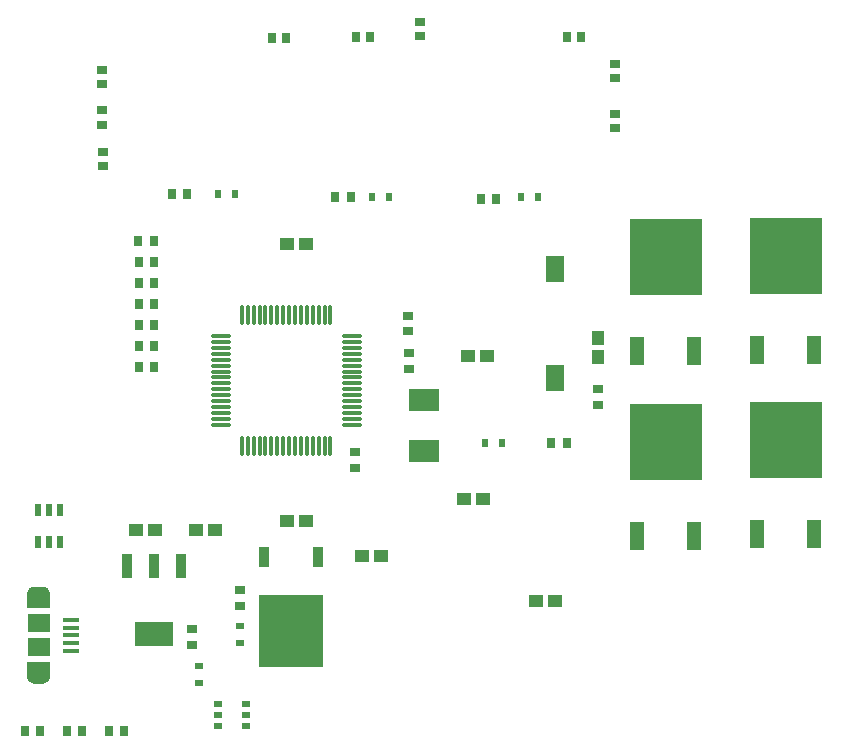
<source format=gtp>
G04*
G04 #@! TF.GenerationSoftware,Altium Limited,Altium Designer,23.10.1 (27)*
G04*
G04 Layer_Color=8421504*
%FSLAX25Y25*%
%MOIN*%
G70*
G04*
G04 #@! TF.SameCoordinates,29CFA998-7EC6-4FDD-B126-FBB6EF8C8D2F*
G04*
G04*
G04 #@! TF.FilePolarity,Positive*
G04*
G01*
G75*
%ADD18C,0.01968*%
%ADD19R,0.04758X0.03985*%
%ADD20R,0.03150X0.02362*%
%ADD21R,0.03150X0.02165*%
%ADD22R,0.03740X0.03150*%
%ADD23R,0.05315X0.01575*%
%ADD24R,0.06299X0.08583*%
%ADD25R,0.06299X0.08661*%
%ADD26R,0.10236X0.07480*%
%ADD27R,0.03985X0.04758*%
%ADD28R,0.02200X0.03850*%
%ADD29R,0.03150X0.03740*%
%ADD30R,0.07480X0.05906*%
%ADD31O,0.01181X0.07087*%
%ADD32O,0.07087X0.01181*%
%ADD33R,0.02953X0.03543*%
%ADD34R,0.03543X0.02953*%
%ADD35R,0.05118X0.09449*%
%ADD36R,0.24410X0.25591*%
%ADD37R,0.21457X0.24410*%
%ADD38R,0.03543X0.07087*%
%ADD39R,0.02362X0.03150*%
%ADD40R,0.12598X0.08268*%
%ADD41R,0.03543X0.08268*%
G36*
X15240Y30890D02*
X7760D01*
Y36008D01*
X15240D01*
Y30890D01*
D02*
G37*
G36*
X13272Y28921D02*
X9728Y28921D01*
Y30890D01*
X13272D01*
Y28921D01*
D02*
G37*
G36*
X13272Y59236D02*
X9728D01*
Y61205D01*
X13272Y61205D01*
Y59236D01*
D02*
G37*
G36*
X15240Y54118D02*
X7760D01*
Y59236D01*
X15240D01*
Y54118D01*
D02*
G37*
D18*
X10713Y59236D02*
X10221Y60089D01*
X9236D01*
X8744Y59236D01*
X9236Y58384D01*
X10221D01*
X10713Y59236D01*
X14256D02*
X13764Y60089D01*
X12779D01*
X12287Y59236D01*
X12779Y58384D01*
X13764D01*
X14256Y59236D01*
X10713Y30890D02*
X10221Y31742D01*
X9236D01*
X8744Y30890D01*
X9236Y30037D01*
X10221D01*
X10713Y30890D01*
X14256D02*
X13764Y31742D01*
X12779D01*
X12287Y30890D01*
X12779Y30037D01*
X13764D01*
X14256Y30890D01*
D19*
X183657Y56500D02*
D03*
X177343D02*
D03*
X159657Y90500D02*
D03*
X153343D02*
D03*
X160814Y138000D02*
D03*
X154500D02*
D03*
X94343Y175500D02*
D03*
X100657D02*
D03*
X100500Y83000D02*
D03*
X94186D02*
D03*
X125500Y71500D02*
D03*
X119186D02*
D03*
X63843Y80000D02*
D03*
X70157D02*
D03*
X50157D02*
D03*
X43843D02*
D03*
D20*
X65000Y34854D02*
D03*
Y29146D02*
D03*
X78500Y48209D02*
D03*
Y42500D02*
D03*
D21*
X71276Y22240D02*
D03*
Y18500D02*
D03*
Y14760D02*
D03*
X80724D02*
D03*
Y18500D02*
D03*
Y22240D02*
D03*
D22*
X62500Y41941D02*
D03*
Y47059D02*
D03*
X78500Y54882D02*
D03*
Y60000D02*
D03*
X198000Y121941D02*
D03*
Y127059D02*
D03*
X117000Y106059D02*
D03*
Y100941D02*
D03*
X135000Y133941D02*
D03*
Y139059D02*
D03*
X134500Y146441D02*
D03*
Y151559D02*
D03*
D23*
X22130Y50181D02*
D03*
Y47622D02*
D03*
Y45063D02*
D03*
Y42504D02*
D03*
Y39945D02*
D03*
D24*
X183500Y167000D02*
D03*
D25*
Y130819D02*
D03*
D26*
X140000Y106535D02*
D03*
Y123465D02*
D03*
D27*
X198000Y144157D02*
D03*
Y137843D02*
D03*
D28*
X11260Y86875D02*
D03*
X15000D02*
D03*
X18740D02*
D03*
Y76125D02*
D03*
X15000D02*
D03*
X11260D02*
D03*
D29*
X49811Y176398D02*
D03*
X44693D02*
D03*
X50059Y169500D02*
D03*
X44941D02*
D03*
X50059Y162500D02*
D03*
X44941D02*
D03*
X50059Y155500D02*
D03*
X44941D02*
D03*
X50059Y148500D02*
D03*
X44941D02*
D03*
X50059Y141500D02*
D03*
X44941D02*
D03*
X50059Y134500D02*
D03*
X44941D02*
D03*
X12000Y13000D02*
D03*
X6882D02*
D03*
X26059D02*
D03*
X20941D02*
D03*
X35000Y13000D02*
D03*
X40118D02*
D03*
X61059Y192000D02*
D03*
X55941D02*
D03*
X115559Y191000D02*
D03*
X110441D02*
D03*
X164000Y190500D02*
D03*
X158882D02*
D03*
X182441Y109000D02*
D03*
X187559D02*
D03*
D30*
X11500Y49000D02*
D03*
Y41126D02*
D03*
D31*
X108764Y108150D02*
D03*
X106795D02*
D03*
X104827D02*
D03*
X102858D02*
D03*
X100890D02*
D03*
X98921D02*
D03*
X96953D02*
D03*
X94984D02*
D03*
X93016D02*
D03*
X91047D02*
D03*
X89079D02*
D03*
X87110D02*
D03*
X85142D02*
D03*
X83173D02*
D03*
X81205D02*
D03*
X79236D02*
D03*
Y151850D02*
D03*
X81205D02*
D03*
X83173D02*
D03*
X85142D02*
D03*
X87110D02*
D03*
X89079D02*
D03*
X91047D02*
D03*
X93016D02*
D03*
X94984D02*
D03*
X96953D02*
D03*
X98921D02*
D03*
X100890D02*
D03*
X102858D02*
D03*
X104827D02*
D03*
X106795D02*
D03*
X108764D02*
D03*
D32*
X72150Y115236D02*
D03*
Y117205D02*
D03*
Y119173D02*
D03*
Y121142D02*
D03*
Y123110D02*
D03*
Y125079D02*
D03*
Y127047D02*
D03*
Y129016D02*
D03*
Y130984D02*
D03*
Y132953D02*
D03*
Y134921D02*
D03*
Y136890D02*
D03*
Y138858D02*
D03*
Y140827D02*
D03*
Y142795D02*
D03*
Y144764D02*
D03*
X115850D02*
D03*
Y142795D02*
D03*
Y140827D02*
D03*
Y138858D02*
D03*
Y136890D02*
D03*
Y134921D02*
D03*
Y132953D02*
D03*
Y130984D02*
D03*
Y129016D02*
D03*
Y127047D02*
D03*
Y125079D02*
D03*
Y123110D02*
D03*
Y121142D02*
D03*
Y119173D02*
D03*
Y117205D02*
D03*
Y115236D02*
D03*
D33*
X187638Y244500D02*
D03*
X192362D02*
D03*
X117138D02*
D03*
X121862D02*
D03*
X89138Y244000D02*
D03*
X93862D02*
D03*
D34*
X203500Y230776D02*
D03*
Y235500D02*
D03*
Y218862D02*
D03*
Y214138D02*
D03*
X32500Y215276D02*
D03*
Y220000D02*
D03*
X33000Y201500D02*
D03*
Y206224D02*
D03*
X138500Y249362D02*
D03*
Y244638D02*
D03*
X32500Y228776D02*
D03*
Y233500D02*
D03*
D35*
X211090Y139701D02*
D03*
X229909D02*
D03*
X211090Y78241D02*
D03*
X229909D02*
D03*
X269910Y140241D02*
D03*
X251091D02*
D03*
X269910Y78741D02*
D03*
X251091D02*
D03*
D36*
X220500Y171000D02*
D03*
Y109540D02*
D03*
X260500Y171540D02*
D03*
Y110040D02*
D03*
D37*
X95500Y46626D02*
D03*
D38*
X86524Y71035D02*
D03*
X104476D02*
D03*
D39*
X128209Y191000D02*
D03*
X122500D02*
D03*
X71146Y192000D02*
D03*
X76854D02*
D03*
X172291Y191000D02*
D03*
X178000D02*
D03*
X166000Y109000D02*
D03*
X160291D02*
D03*
D40*
X50000Y45559D02*
D03*
D41*
X40945Y68000D02*
D03*
X50000D02*
D03*
X59055D02*
D03*
M02*

</source>
